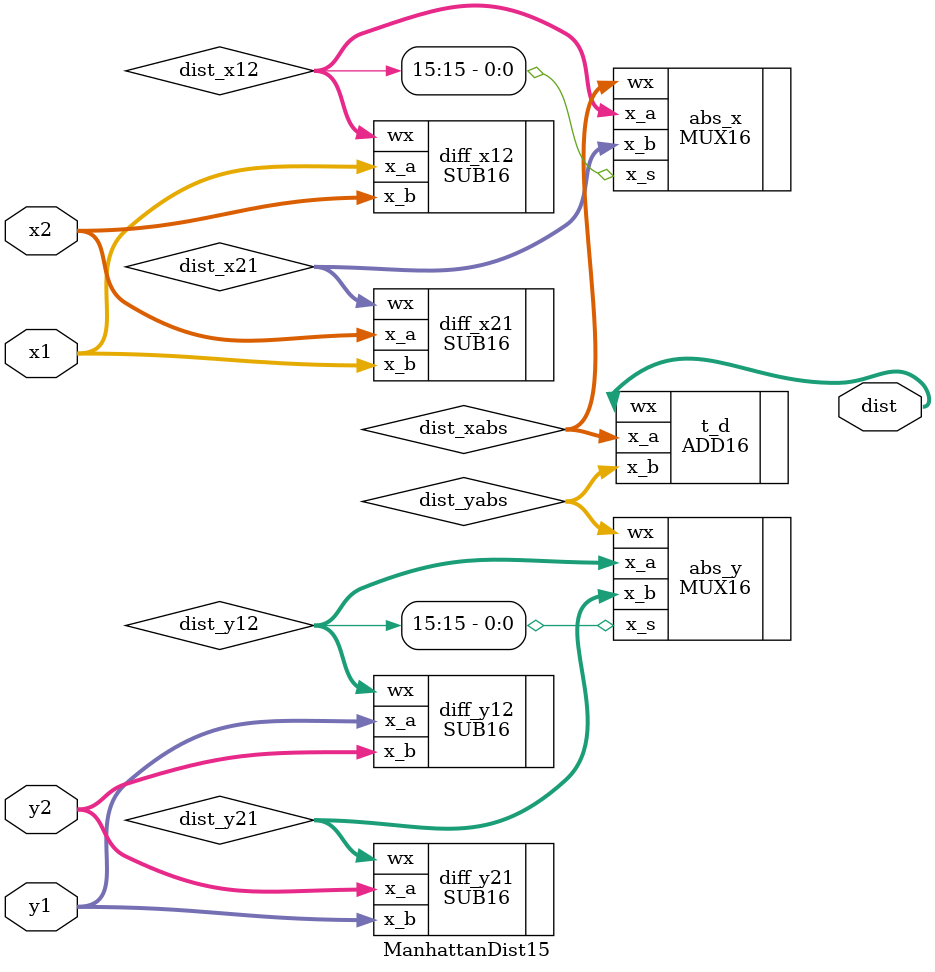
<source format=v>
module ManhattanDist15 (
	input [14:0] x1, y1, x2, y2,
	output [16:0] dist
);

wire signed [15:0] dist_x12, dist_x21, dist_xabs, dist_y12, dist_y21, dist_yabs;

SUB16 diff_x12 (.x_a(x1), .x_b(x2), .wx(dist_x12));
SUB16 diff_x21 (.x_a(x2), .x_b(x1), .wx(dist_x21));
MUX16 abs_x (.x_a(dist_x12), .x_b(dist_x21), .x_s(dist_x12[15]), .wx(dist_xabs));
SUB16 diff_y12 (.x_a(y1), .x_b(y2), .wx(dist_y12));
SUB16 diff_y21 (.x_a(y2), .x_b(y1), .wx(dist_y21));
MUX16 abs_y (.x_a(dist_y12), .x_b(dist_y21), .x_s(dist_y12[15]), .wx(dist_yabs));
ADD16 t_d (.x_a(dist_xabs), .x_b(dist_yabs), .wx(dist));

endmodule 

</source>
